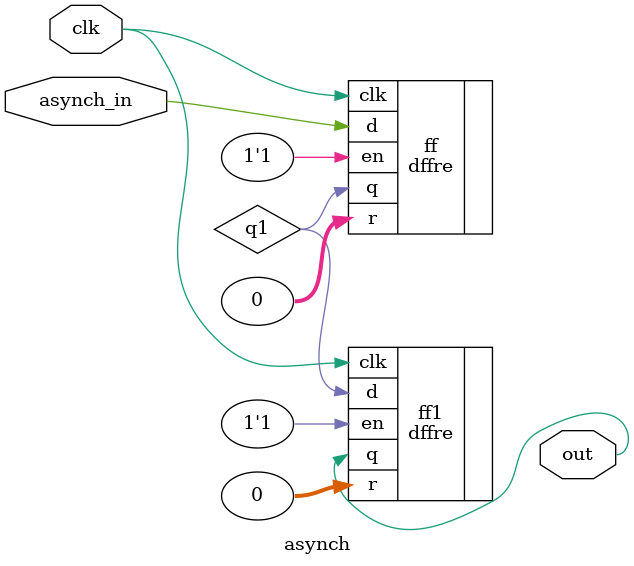
<source format=v>
module asynch(asynch_in, clk, out);

input   asynch_in;
input   clk;
output  out;

wire    q1;
//wire    q2;

//dffre   #(.n(1))    ff(.d(1), .en(1'b1), .r(0 || out), .clk(asynch_in), .q(q1));   
//dffre   #(.n(1))    ff1(.d(q1), .en(1'b1), .r(0), .clk(clk), .q(q2));   
//dffre   #(.n(1))    ff2(.d(q2), .en(1'b1), .r(0), .clk(clk), .q(out));   


dffre   #(.n(1))    ff(.d(asynch_in), .en(1'b1), .r(0), .clk(clk), .q(q1));   
dffre   #(.n(1))    ff1(.d(q1), .en(1'b1), .r(0), .clk(clk), .q(out));   


endmodule

</source>
